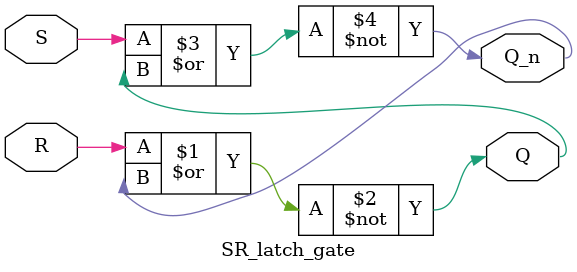
<source format=sv>
module SR_latch_gate (
    input R, 
    input S, 
    output Q, 
    output Q_n);
    nor (Q, R, Q_n);
    nor (Q_n, S, Q);
endmodule 
</source>
